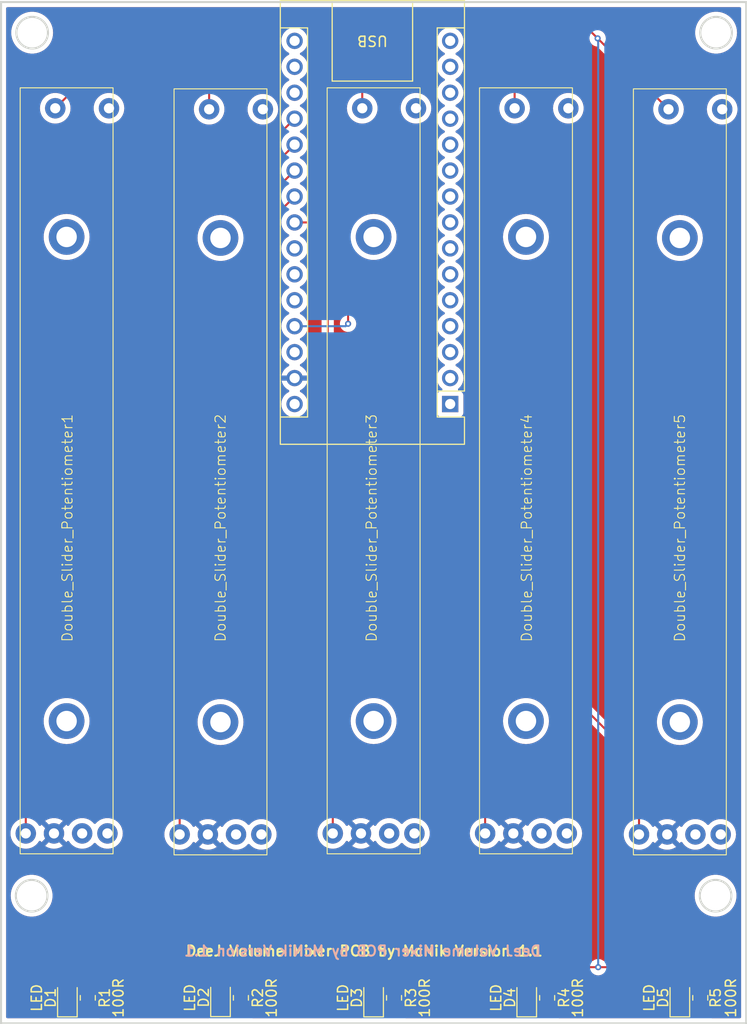
<source format=kicad_pcb>
(kicad_pcb (version 20240108) (generator "pcbnew") (generator_version "8.0")
  (layers (0 "F.Cu" signal) (31 "B.Cu" signal) (34 "B.Paste" user) (35 "F.Paste" user) (36 "B.SilkS" user "B.Silkscreen") (37 "F.SilkS" user "F.Silkscreen") (38 "B.Mask" user) (39 "F.Mask" user) (44 "Edge.Cuts" user))
  (net 0 "")
  (net 5 "Net-(A1-A4)")
  (net 6 "Net-(A1-A1)")
  (net 16 "Net-(A1-A0)")
  (net 20 "Net-(A1-A2)")
  (net 21 "Net-(A1-A3)")
  (net 44 "GND")
  (net 45 "+5V")
  (net 46 "Net-(D1-K)")
  (net 47 "Net-(D2-K)")
  (net 48 "Net-(D3-K)")
  (net 49 "Net-(D4-K)")
  (net 50 "Net-(D5-K)")
  (footprint "LED_SMD:LED_0805_2012Metric_Pad1.15x1.40mm_HandSolder" (layer "F.Cu") (at 99.5 114 90)
    (property "Reference" "D4" (at 0 -1.65 270) (layer "F.SilkS"))
    (property "Value" "LED" (at 0 -3 270) (layer "F.SilkS"))
    (fp_line (start 1 -0.96) (end -1.86 -0.96) (stroke (width 0.12)) (layer "F.SilkS"))
    (fp_line (start -1.86 -0.96) (end -1.86 0.96) (stroke (width 0.12)) (layer "F.SilkS"))
    (fp_line (start -1.86 0.96) (end 1 0.96) (stroke (width 0.12)) (layer "F.SilkS"))
    (pad "1" smd roundrect (at -1.025 0 90) (size 1.15 1.4) (layers "F.Cu" "F.Paste" "F.Mask") (roundrect_rratio 0.217391) (net 49 "Net-(D4-K)"))
    (pad "2" smd roundrect (at 1.025 0 90) (size 1.15 1.4) (layers "F.Cu" "F.Paste" "F.Mask") (roundrect_rratio 0.217391) (net 45 "+5V"))
  )
  (footprint "LED_SMD:LED_0805_2012Metric_Pad1.15x1.40mm_HandSolder" (layer "F.Cu") (at 54.5 114 90)
    (property "Reference" "D1" (at 0 -1.65 270) (layer "F.SilkS"))
    (property "Value" "LED" (at 0 -3 270) (layer "F.SilkS"))
    (fp_line (start 1 -0.96) (end -1.86 -0.96) (stroke (width 0.12)) (layer "F.SilkS"))
    (fp_line (start -1.86 -0.96) (end -1.86 0.96) (stroke (width 0.12)) (layer "F.SilkS"))
    (fp_line (start -1.86 0.96) (end 1 0.96) (stroke (width 0.12)) (layer "F.SilkS"))
    (pad "1" smd roundrect (at -1.025 0 90) (size 1.15 1.4) (layers "F.Cu" "F.Paste" "F.Mask") (roundrect_rratio 0.217391) (net 46 "Net-(D1-K)"))
    (pad "2" smd roundrect (at 1.025 0 90) (size 1.15 1.4) (layers "F.Cu" "F.Paste" "F.Mask") (roundrect_rratio 0.217391) (net 45 "+5V"))
  )
  (footprint "Niks_Footprints:Potentiometer B103 Slider 75x9.1mm" (layer "F.Cu") (at 109.95 100)
    (property "Reference" "Double_Slider_Potentiometer5" (at 4.55 -32 90) (layer "F.SilkS") (effects (font (thickness 0.1))))
    (property "Value" "~")
    (fp_rect (start 0 -75) (end 9.1 0) (stroke (width 0.1)) (fill none) (layer "F.SilkS"))
    (pad "1" thru_hole circle (at 0.55 -2) (size 2 2) (drill 1) (layers "*.Cu" "*.Mask") (net 5 "Net-(A1-A4)"))
    (pad "2" thru_hole circle (at 3.312 -2) (size 2 2) (drill 1) (layers "*.Cu" "*.Mask") (net 44 "GND"))
    (pad "3" thru_hole circle (at 6.074 -2) (size 2 2) (drill 1) (layers "*.Cu" "*.Mask"))
    (pad "4" thru_hole circle (at 8.55 -2) (size 2 2) (drill 1) (layers "*.Cu" "*.Mask"))
    (pad "5" thru_hole circle (at 3.438 -73) (size 2 2) (drill 1) (layers "*.Cu" "*.Mask") (net 45 "+5V"))
    (pad "6" thru_hole circle (at 8.7 -73) (size 2 2) (drill 1) (layers "*.Cu" "*.Mask"))
    (pad "7" thru_hole circle (at 4.55 -13) (size 3.5 3.5) (drill 2) (layers "*.Cu" "*.Mask"))
    (pad "8" thru_hole circle (at 4.55 -60.4) (size 3.5 3.5) (drill 2) (layers "*.Cu" "*.Mask"))
  )
  (footprint "LED_SMD:LED_0805_2012Metric_Pad1.15x1.40mm_HandSolder" (layer "F.Cu") (at 69.5 113.975 90)
    (property "Reference" "D2" (at 0 -1.65 270) (layer "F.SilkS"))
    (property "Value" "LED" (at -0.025 -3 270) (layer "F.SilkS"))
    (fp_line (start 1 -0.96) (end -1.86 -0.96) (stroke (width 0.12)) (layer "F.SilkS"))
    (fp_line (start -1.86 -0.96) (end -1.86 0.96) (stroke (width 0.12)) (layer "F.SilkS"))
    (fp_line (start -1.86 0.96) (end 1 0.96) (stroke (width 0.12)) (layer "F.SilkS"))
    (pad "1" smd roundrect (at -1.025 0 90) (size 1.15 1.4) (layers "F.Cu" "F.Paste" "F.Mask") (roundrect_rratio 0.217391) (net 47 "Net-(D2-K)"))
    (pad "2" smd roundrect (at 1.025 0 90) (size 1.15 1.4) (layers "F.Cu" "F.Paste" "F.Mask") (roundrect_rratio 0.217391) (net 45 "+5V"))
  )
  (footprint "Module:Arduino_Nano" (layer "F.Cu") (at 92 55.86 180)
    (property "Reference" "A1" (hide yes))
    (property "Value" "Arduino_Nano_v3.x")
    (fp_line (start 16.64 39.5) (end 16.64 -3.94) (stroke (width 0.12)) (layer "F.SilkS"))
    (fp_line (start 16.64 39.5) (end 11.56 39.5) (stroke (width 0.12)) (layer "F.SilkS"))
    (fp_line (start 16.64 -3.94) (end -1.4 -3.94) (stroke (width 0.12)) (layer "F.SilkS"))
    (fp_line (start 13.97 36.83) (end 16.64 36.83) (stroke (width 0.12)) (layer "F.SilkS"))
    (fp_line (start 13.97 -1.27) (end 16.64 -1.27) (stroke (width 0.12)) (layer "F.SilkS"))
    (fp_line (start 13.97 -1.27) (end 13.97 36.83) (stroke (width 0.12)) (layer "F.SilkS"))
    (fp_line (start 11.56 39.5) (end 3.68 39.5) (stroke (width 0.12)) (layer "F.SilkS"))
    (fp_line (start 11.56 31.62) (end 11.56 39.5) (stroke (width 0.12)) (layer "F.SilkS"))
    (fp_line (start 3.68 39.5) (end 3.68 31.62) (stroke (width 0.12)) (layer "F.SilkS"))
    (fp_line (start 3.68 31.62) (end 11.56 31.62) (stroke (width 0.12)) (layer "F.SilkS"))
    (fp_line (start 1.27 36.83) (end -1.4 36.83) (stroke (width 0.12)) (layer "F.SilkS"))
    (fp_line (start 1.27 1.27) (end 1.27 36.83) (stroke (width 0.12)) (layer "F.SilkS"))
    (fp_line (start 1.27 1.27) (end 1.27 -1.27) (stroke (width 0.12)) (layer "F.SilkS"))
    (fp_line (start 1.27 1.27) (end -1.4 1.27) (stroke (width 0.12)) (layer "F.SilkS"))
    (fp_line (start 1.27 -1.27) (end -1.4 -1.27) (stroke (width 0.12)) (layer "F.SilkS"))
    (fp_line (start -1.4 39.5) (end 3.68 39.5) (stroke (width 0.12)) (layer "F.SilkS"))
    (fp_line (start -1.4 1.27) (end -1.4 39.5) (stroke (width 0.12)) (layer "F.SilkS"))
    (fp_line (start -1.4 -3.94) (end -1.4 -1.27) (stroke (width 0.12)) (layer "F.SilkS"))
    (fp_text user "USB" (at 7.62 35.56 180) (layer "F.SilkS"))
    (pad "1" thru_hole rect (at 0 0 180) (size 1.6 1.6) (drill 1) (layers "*.Cu" "*.Mask"))
    (pad "2" thru_hole oval (at 0 2.54 180) (size 1.6 1.6) (drill 1) (layers "*.Cu" "*.Mask"))
    (pad "3" thru_hole oval (at 0 5.08 180) (size 1.6 1.6) (drill 1) (layers "*.Cu" "*.Mask"))
    (pad "4" thru_hole oval (at 0 7.62 180) (size 1.6 1.6) (drill 1) (layers "*.Cu" "*.Mask"))
    (pad "5" thru_hole oval (at 0 10.16 180) (size 1.6 1.6) (drill 1) (layers "*.Cu" "*.Mask"))
    (pad "6" thru_hole oval (at 0 12.7 180) (size 1.6 1.6) (drill 1) (layers "*.Cu" "*.Mask"))
    (pad "7" thru_hole oval (at 0 15.24 180) (size 1.6 1.6) (drill 1) (layers "*.Cu" "*.Mask"))
    (pad "8" thru_hole oval (at 0 17.78 180) (size 1.6 1.6) (drill 1) (layers "*.Cu" "*.Mask"))
    (pad "9" thru_hole oval (at 0 20.32 180) (size 1.6 1.6) (drill 1) (layers "*.Cu" "*.Mask"))
    (pad "10" thru_hole oval (at 0 22.86 180) (size 1.6 1.6) (drill 1) (layers "*.Cu" "*.Mask"))
    (pad "11" thru_hole oval (at 0 25.4 180) (size 1.6 1.6) (drill 1) (layers "*.Cu" "*.Mask"))
    (pad "12" thru_hole oval (at 0 27.94 180) (size 1.6 1.6) (drill 1) (layers "*.Cu" "*.Mask"))
    (pad "13" thru_hole oval (at 0 30.48 180) (size 1.6 1.6) (drill 1) (layers "*.Cu" "*.Mask"))
    (pad "14" thru_hole oval (at 0 33.02 180) (size 1.6 1.6) (drill 1) (layers "*.Cu" "*.Mask"))
    (pad "15" thru_hole oval (at 0 35.56 180) (size 1.6 1.6) (drill 1) (layers "*.Cu" "*.Mask"))
    (pad "16" thru_hole oval (at 15.24 35.56 180) (size 1.6 1.6) (drill 1) (layers "*.Cu" "*.Mask"))
    (pad "17" thru_hole oval (at 15.24 33.02 180) (size 1.6 1.6) (drill 1) (layers "*.Cu" "*.Mask"))
    (pad "18" thru_hole oval (at 15.24 30.48 180) (size 1.6 1.6) (drill 1) (layers "*.Cu" "*.Mask"))
    (pad "19" thru_hole oval (at 15.24 27.94 180) (size 1.6 1.6) (drill 1) (layers "*.Cu" "*.Mask") (net 16 "Net-(A1-A0)"))
    (pad "20" thru_hole oval (at 15.24 25.4 180) (size 1.6 1.6) (drill 1) (layers "*.Cu" "*.Mask") (net 6 "Net-(A1-A1)"))
    (pad "21" thru_hole oval (at 15.24 22.86 180) (size 1.6 1.6) (drill 1) (layers "*.Cu" "*.Mask") (net 20 "Net-(A1-A2)"))
    (pad "22" thru_hole oval (at 15.24 20.32 180) (size 1.6 1.6) (drill 1) (layers "*.Cu" "*.Mask") (net 21 "Net-(A1-A3)"))
    (pad "23" thru_hole oval (at 15.24 17.78 180) (size 1.6 1.6) (drill 1) (layers "*.Cu" "*.Mask") (net 5 "Net-(A1-A4)"))
    (pad "24" thru_hole oval (at 15.24 15.24 180) (size 1.6 1.6) (drill 1) (layers "*.Cu" "*.Mask"))
    (pad "25" thru_hole oval (at 15.24 12.7 180) (size 1.6 1.6) (drill 1) (layers "*.Cu" "*.Mask"))
    (pad "26" thru_hole oval (at 15.24 10.16 180) (size 1.6 1.6) (drill 1) (layers "*.Cu" "*.Mask"))
    (pad "27" thru_hole oval (at 15.24 7.62 180) (size 1.6 1.6) (drill 1) (layers "*.Cu" "*.Mask") (net 45 "+5V"))
    (pad "28" thru_hole oval (at 15.24 5.08 180) (size 1.6 1.6) (drill 1) (layers "*.Cu" "*.Mask"))
    (pad "29" thru_hole oval (at 15.24 2.54 180) (size 1.6 1.6) (drill 1) (layers "*.Cu" "*.Mask") (net 44 "GND"))
    (pad "30" thru_hole oval (at 15.24 0 180) (size 1.6 1.6) (drill 1) (layers "*.Cu" "*.Mask"))
  )
  (footprint "Resistor_SMD:R_0805_2012Metric_Pad1.20x1.40mm_HandSolder" (layer "F.Cu") (at 56.5 114 -90)
    (property "Reference" "R1" (at 0 -1.65 90) (layer "F.SilkS"))
    (property "Value" "100R" (at 0 -3 90) (layer "F.SilkS"))
    (fp_line (start -0.227064 0.735) (end 0.227064 0.735) (stroke (width 0.12)) (layer "F.SilkS"))
    (fp_line (start -0.227064 -0.735) (end 0.227064 -0.735) (stroke (width 0.12)) (layer "F.SilkS"))
    (pad "1" smd roundrect (at -1 0 270) (size 1.2 1.4) (layers "F.Cu" "F.Paste" "F.Mask") (roundrect_rratio 0.208333) (net 44 "GND"))
    (pad "2" smd roundrect (at 1 0 270) (size 1.2 1.4) (layers "F.Cu" "F.Paste" "F.Mask") (roundrect_rratio 0.208333) (net 46 "Net-(D1-K)"))
  )
  (footprint "Resistor_SMD:R_0805_2012Metric_Pad1.20x1.40mm_HandSolder" (layer "F.Cu") (at 116.5 114 -90)
    (property "Reference" "R5" (at 0 -1.5 90) (layer "F.SilkS"))
    (property "Value" "100R" (at 0 -3 90) (layer "F.SilkS"))
    (fp_line (start -0.227064 0.735) (end 0.227064 0.735) (stroke (width 0.12)) (layer "F.SilkS"))
    (fp_line (start -0.227064 -0.735) (end 0.227064 -0.735) (stroke (width 0.12)) (layer "F.SilkS"))
    (pad "1" smd roundrect (at -1 0 270) (size 1.2 1.4) (layers "F.Cu" "F.Paste" "F.Mask") (roundrect_rratio 0.208333) (net 44 "GND"))
    (pad "2" smd roundrect (at 1 0 270) (size 1.2 1.4) (layers "F.Cu" "F.Paste" "F.Mask") (roundrect_rratio 0.208333) (net 50 "Net-(D5-K)"))
  )
  (footprint "Niks_Footprints:Potentiometer B103 Slider 75x9.1mm" (layer "F.Cu") (at 64.95 100)
    (property "Reference" "Double_Slider_Potentiometer2" (at 4.55 -32 90) (layer "F.SilkS") (effects (font (thickness 0.1))))
    (property "Value" "~")
    (fp_rect (start 0 -75) (end 9.1 0) (stroke (width 0.1)) (fill none) (layer "F.SilkS"))
    (pad "1" thru_hole circle (at 0.55 -2) (size 2 2) (drill 1) (layers "*.Cu" "*.Mask") (net 6 "Net-(A1-A1)"))
    (pad "2" thru_hole circle (at 3.312 -2) (size 2 2) (drill 1) (layers "*.Cu" "*.Mask") (net 44 "GND"))
    (pad "3" thru_hole circle (at 6.074 -2) (size 2 2) (drill 1) (layers "*.Cu" "*.Mask"))
    (pad "4" thru_hole circle (at 8.55 -2) (size 2 2) (drill 1) (layers "*.Cu" "*.Mask"))
    (pad "5" thru_hole circle (at 3.438 -73) (size 2 2) (drill 1) (layers "*.Cu" "*.Mask") (net 45 "+5V"))
    (pad "6" thru_hole circle (at 8.7 -73) (size 2 2) (drill 1) (layers "*.Cu" "*.Mask"))
    (pad "7" thru_hole circle (at 4.55 -13) (size 3.5 3.5) (drill 2) (layers "*.Cu" "*.Mask"))
    (pad "8" thru_hole circle (at 4.55 -60.4) (size 3.5 3.5) (drill 2) (layers "*.Cu" "*.Mask"))
  )
  (footprint "LED_SMD:LED_0805_2012Metric_Pad1.15x1.40mm_HandSolder" (layer "F.Cu") (at 114.5 114 90)
    (property "Reference" "D5" (at 0 -1.65 270) (layer "F.SilkS"))
    (property "Value" "LED" (at 0 -3 270) (layer "F.SilkS"))
    (fp_line (start 1 -0.96) (end -1.86 -0.96) (stroke (width 0.12)) (layer "F.SilkS"))
    (fp_line (start -1.86 -0.96) (end -1.86 0.96) (stroke (width 0.12)) (layer "F.SilkS"))
    (fp_line (start -1.86 0.96) (end 1 0.96) (stroke (width 0.12)) (layer "F.SilkS"))
    (pad "1" smd roundrect (at -1.025 0 90) (size 1.15 1.4) (layers "F.Cu" "F.Paste" "F.Mask") (roundrect_rratio 0.217391) (net 50 "Net-(D5-K)"))
    (pad "2" smd roundrect (at 1.025 0 90) (size 1.15 1.4) (layers "F.Cu" "F.Paste" "F.Mask") (roundrect_rratio 0.217391) (net 45 "+5V"))
  )
  (footprint "LED_SMD:LED_0805_2012Metric_Pad1.15x1.40mm_HandSolder" (layer "F.Cu") (at 84.5 114 90)
    (property "Reference" "D3" (at 0 -1.65 270) (layer "F.SilkS"))
    (property "Value" "LED" (at 0 -3 270) (layer "F.SilkS"))
    (fp_line (start 1 -0.96) (end -1.86 -0.96) (stroke (width 0.12)) (layer "F.SilkS"))
    (fp_line (start -1.86 -0.96) (end -1.86 0.96) (stroke (width 0.12)) (layer "F.SilkS"))
    (fp_line (start -1.86 0.96) (end 1 0.96) (stroke (width 0.12)) (layer "F.SilkS"))
    (pad "1" smd roundrect (at -1.025 0 90) (size 1.15 1.4) (layers "F.Cu" "F.Paste" "F.Mask") (roundrect_rratio 0.217391) (net 48 "Net-(D3-K)"))
    (pad "2" smd roundrect (at 1.025 0 90) (size 1.15 1.4) (layers "F.Cu" "F.Paste" "F.Mask") (roundrect_rratio 0.217391) (net 45 "+5V"))
  )
  (footprint "Resistor_SMD:R_0805_2012Metric_Pad1.20x1.40mm_HandSolder" (layer "F.Cu") (at 101.5 114 -90)
    (property "Reference" "R4" (at 0 -1.65 90) (layer "F.SilkS"))
    (property "Value" "100R" (at 0 -3 90) (layer "F.SilkS"))
    (fp_line (start -0.227064 0.735) (end 0.227064 0.735) (stroke (width 0.12)) (layer "F.SilkS"))
    (fp_line (start -0.227064 -0.735) (end 0.227064 -0.735) (stroke (width 0.12)) (layer "F.SilkS"))
    (pad "1" smd roundrect (at -1 0 270) (size 1.2 1.4) (layers "F.Cu" "F.Paste" "F.Mask") (roundrect_rratio 0.208333) (net 44 "GND"))
    (pad "2" smd roundrect (at 1 0 270) (size 1.2 1.4) (layers "F.Cu" "F.Paste" "F.Mask") (roundrect_rratio 0.208333) (net 49 "Net-(D4-K)"))
  )
  (footprint "Resistor_SMD:R_0805_2012Metric_Pad1.20x1.40mm_HandSolder" (layer "F.Cu") (at 86.5 114 -90)
    (property "Reference" "R3" (at 0 -1.65 90) (layer "F.SilkS"))
    (property "Value" "100R" (at 0 -3 90) (layer "F.SilkS"))
    (fp_line (start -0.227064 0.735) (end 0.227064 0.735) (stroke (width 0.12)) (layer "F.SilkS"))
    (fp_line (start -0.227064 -0.735) (end 0.227064 -0.735) (stroke (width 0.12)) (layer "F.SilkS"))
    (pad "1" smd roundrect (at -1 0 270) (size 1.2 1.4) (layers "F.Cu" "F.Paste" "F.Mask") (roundrect_rratio 0.208333) (net 44 "GND"))
    (pad "2" smd roundrect (at 1 0 270) (size 1.2 1.4) (layers "F.Cu" "F.Paste" "F.Mask") (roundrect_rratio 0.208333) (net 48 "Net-(D3-K)"))
  )
  (footprint "Niks_Footprints:Potentiometer B103 Slider 75x9.1mm" (layer "F.Cu") (at 49.875 99.9)
    (property "Reference" "Double_Slider_Potentiometer1" (at 4.625 -31.9 90) (layer "F.SilkS") (effects (font (thickness 0.1))))
    (property "Value" "~")
    (fp_rect (start 0 -75) (end 9.1 0) (stroke (width 0.1)) (fill none) (layer "F.SilkS"))
    (pad "1" thru_hole circle (at 0.55 -2) (size 2 2) (drill 1) (layers "*.Cu" "*.Mask") (net 16 "Net-(A1-A0)"))
    (pad "2" thru_hole circle (at 3.312 -2) (size 2 2) (drill 1) (layers "*.Cu" "*.Mask") (net 44 "GND"))
    (pad "3" thru_hole circle (at 6.074 -2) (size 2 2) (drill 1) (layers "*.Cu" "*.Mask"))
    (pad "4" thru_hole circle (at 8.55 -2) (size 2 2) (drill 1) (layers "*.Cu" "*.Mask"))
    (pad "5" thru_hole circle (at 3.438 -73) (size 2 2) (drill 1) (layers "*.Cu" "*.Mask") (net 45 "+5V"))
    (pad "6" thru_hole circle (at 8.7 -73) (size 2 2) (drill 1) (layers "*.Cu" "*.Mask"))
    (pad "7" thru_hole circle (at 4.55 -13) (size 3.5 3.5) (drill 2) (layers "*.Cu" "*.Mask"))
    (pad "8" thru_hole circle (at 4.55 -60.4) (size 3.5 3.5) (drill 2) (layers "*.Cu" "*.Mask"))
  )
  (footprint "Niks_Footprints:Potentiometer B103 Slider 75x9.1mm" (layer "F.Cu") (at 94.875 99.9)
    (property "Reference" "Double_Slider_Potentiometer4" (at 4.625 -31.9 90) (layer "F.SilkS") (effects (font (thickness 0.1))))
    (property "Value" "~")
    (fp_rect (start 0 -75) (end 9.1 0) (stroke (width 0.1)) (fill none) (layer "F.SilkS"))
    (pad "1" thru_hole circle (at 0.55 -2) (size 2 2) (drill 1) (layers "*.Cu" "*.Mask") (net 21 "Net-(A1-A3)"))
    (pad "2" thru_hole circle (at 3.312 -2) (size 2 2) (drill 1) (layers "*.Cu" "*.Mask") (net 44 "GND"))
    (pad "3" thru_hole circle (at 6.074 -2) (size 2 2) (drill 1) (layers "*.Cu" "*.Mask"))
    (pad "4" thru_hole circle (at 8.55 -2) (size 2 2) (drill 1) (layers "*.Cu" "*.Mask"))
    (pad "5" thru_hole circle (at 3.438 -73) (size 2 2) (drill 1) (layers "*.Cu" "*.Mask") (net 45 "+5V"))
    (pad "6" thru_hole circle (at 8.7 -73) (size 2 2) (drill 1) (layers "*.Cu" "*.Mask"))
    (pad "7" thru_hole circle (at 4.55 -13) (size 3.5 3.5) (drill 2) (layers "*.Cu" "*.Mask"))
    (pad "8" thru_hole circle (at 4.55 -60.4) (size 3.5 3.5) (drill 2) (layers "*.Cu" "*.Mask"))
  )
  (footprint "Resistor_SMD:R_0805_2012Metric_Pad1.20x1.40mm_HandSolder" (layer "F.Cu") (at 71.5 114 -90)
    (property "Reference" "R2" (at 0 -1.65 90) (layer "F.SilkS"))
    (property "Value" "100R" (at 0 -3 90) (layer "F.SilkS"))
    (fp_line (start -0.227064 0.735) (end 0.227064 0.735) (stroke (width 0.12)) (layer "F.SilkS"))
    (fp_line (start -0.227064 -0.735) (end 0.227064 -0.735) (stroke (width 0.12)) (layer "F.SilkS"))
    (pad "1" smd roundrect (at -1 0 270) (size 1.2 1.4) (layers "F.Cu" "F.Paste" "F.Mask") (roundrect_rratio 0.208333) (net 44 "GND"))
    (pad "2" smd roundrect (at 1 0 270) (size 1.2 1.4) (layers "F.Cu" "F.Paste" "F.Mask") (roundrect_rratio 0.208333) (net 47 "Net-(D2-K)"))
  )
  (footprint "Niks_Footprints:Potentiometer B103 Slider 75x9.1mm" (layer "F.Cu") (at 79.95 99.9)
    (property "Reference" "Double_Slider_Potentiometer3" (at 4.35 -31.9 90) (layer "F.SilkS") (effects (font (thickness 0.1))))
    (property "Value" "~")
    (fp_rect (start 0 -75) (end 9.1 0) (stroke (width 0.1)) (fill none) (layer "F.SilkS"))
    (pad "1" thru_hole circle (at 0.55 -2) (size 2 2) (drill 1) (layers "*.Cu" "*.Mask") (net 20 "Net-(A1-A2)"))
    (pad "2" thru_hole circle (at 3.312 -2) (size 2 2) (drill 1) (layers "*.Cu" "*.Mask") (net 44 "GND"))
    (pad "3" thru_hole circle (at 6.074 -2) (size 2 2) (drill 1) (layers "*.Cu" "*.Mask"))
    (pad "4" thru_hole circle (at 8.55 -2) (size 2 2) (drill 1) (layers "*.Cu" "*.Mask"))
    (pad "5" thru_hole circle (at 3.438 -73) (size 2 2) (drill 1) (layers "*.Cu" "*.Mask") (net 45 "+5V"))
    (pad "6" thru_hole circle (at 8.7 -73) (size 2 2) (drill 1) (layers "*.Cu" "*.Mask"))
    (pad "7" thru_hole circle (at 4.55 -13) (size 3.5 3.5) (drill 2) (layers "*.Cu" "*.Mask"))
    (pad "8" thru_hole circle (at 4.55 -60.4) (size 3.5 3.5) (drill 2) (layers "*.Cu" "*.Mask"))
  )
  (gr_circle (center 51 104) (end 52.55 104) (stroke (width 0.2)) (fill none) (layer "Edge.Cuts"))
  (gr_circle (center 51.05 19.5) (end 52.6 19.5) (stroke (width 0.2)) (fill none) (layer "Edge.Cuts"))
  (gr_rect (start 48 16.5) (end 121 116.5) (stroke (width 0.2)) (fill none) (layer "Edge.Cuts"))
  (gr_circle (center 118 104) (end 119.55 104) (stroke (width 0.2)) (fill none) (layer "Edge.Cuts"))
  (gr_circle (center 118.05 19.5) (end 119.6 19.5) (stroke (width 0.2)) (fill none) (layer "Edge.Cuts"))
  (gr_text "DeeJ Volume Mixer PCB by McNik Version 1.1" (at 101 110 0) (layer "B.SilkS") (effects (font (size 1 1) (thickness 0.2) (bold yes)) (justify left bottom mirror)))
  (gr_text "DeeJ Volume Mixer PCB by McNik Version 1.1" (at 66 110 0) (layer "F.SilkS") (effects (font (size 1 1) (thickness 0.2) (bold yes)) (justify left bottom)))
  (segment (start 110.5 91) (end 80 60.5) (width 0.2) (layer "F.Cu") (net 5))
  (segment (start 78.08 38.08) (end 76.76 38.08) (width 0.2) (layer "F.Cu") (net 5))
  (segment (start 80 40) (end 78.08 38.08) (width 0.2) (layer "F.Cu") (net 5))
  (segment (start 110.5 98) (end 110.5 91) (width 0.2) (layer "F.Cu") (net 5))
  (segment (start 80 60.5) (end 80 40) (width 0.2) (layer "F.Cu") (net 5))
  (segment (start 72.5 41.5) (end 72.5 34.72) (width 0.2) (layer "F.Cu") (net 6))
  (segment (start 65.5 98) (end 65.5 48.5) (width 0.2) (layer "F.Cu") (net 6))
  (segment (start 72.5 34.72) (end 76.76 30.46) (width 0.2) (layer "F.Cu") (net 6))
  (segment (start 65.5 48.5) (end 72.5 41.5) (width 0.2) (layer "F.Cu") (net 6))
  (segment (start 50.425 54.255) (end 76.76 27.92) (width 0.2) (layer "F.Cu") (net 16))
  (segment (start 50.425 97.9) (end 50.425 54.255) (width 0.2) (layer "F.Cu") (net 16))
  (segment (start 73.5 36.26) (end 76.76 33) (width 0.2) (layer "F.Cu") (net 20))
  (segment (start 80.5 97.9) (end 80.1 97.9) (width 0.2) (layer "F.Cu") (net 20))
  (segment (start 80.1 97.9) (end 80 98) (width 0.2) (layer "F.Cu") (net 20))
  (segment (start 80.5 97.9) (end 80.5 75.5) (width 0.2) (layer "F.Cu") (net 20))
  (segment (start 73.5 68.5) (end 73.5 36.26) (width 0.2) (layer "F.Cu") (net 20))
  (segment (start 80.5 75.5) (end 73.5 68.5) (width 0.2) (layer "F.Cu") (net 20))
  (segment (start 95.425 86.925) (end 95.425 97.9) (width 0.2) (layer "F.Cu") (net 21))
  (segment (start 74.5 37.5) (end 74.5 66) (width 0.2) (layer "F.Cu") (net 21))
  (segment (start 76.76 35.54) (end 74.8 37.5) (width 0.2) (layer "F.Cu") (net 21))
  (segment (start 74.5 66) (end 95.425 86.925) (width 0.2) (layer "F.Cu") (net 21))
  (segment (start 74.8 37.5) (end 74.5 37.5) (width 0.2) (layer "F.Cu") (net 21))
  (segment (start 69.5 111) (end 84.5 111) (width 0.2) (layer "F.Cu") (net 45))
  (segment (start 84.5 111) (end 99.5 111) (width 0.2) (layer "F.Cu") (net 45))
  (segment (start 54.5 113) (end 56.5 111) (width 0.2) (layer "F.Cu") (net 45))
  (segment (start 106.444 20.056) (end 113.388 27) (width 0.2) (layer "F.Cu") (net 45))
  (segment (start 68.388 27) (end 68.388 18.612) (width 0.2) (layer "F.Cu") (net 45))
  (segment (start 83.388 18.612) (end 83.5 18.5) (width 0.2) (layer "F.Cu") (net 45))
  (segment (start 98.5 18.5) (end 104.888 18.5) (width 0.2) (layer "F.Cu") (net 45))
  (segment (start 83.388 26.9) (end 83.388 18.612) (width 0.2) (layer "F.Cu") (net 45))
  (segment (start 83.5 18.5) (end 98.5 18.5) (width 0.2) (layer "F.Cu") (net 45))
  (segment (start 68.5 18.5) (end 80 18.5) (width 0.2) (layer "F.Cu") (net 45))
  (segment (start 98.313 18.687) (end 98.5 18.5) (width 0.2) (layer "F.Cu") (net 45))
  (segment (start 69.5 112.95) (end 69.5 111) (width 0.2) (layer "F.Cu") (net 45))
  (segment (start 112.5 111) (end 114.5 113) (width 0.2) (layer "F.Cu") (net 45))
  (segment (start 68.388 18.612) (end 68.5 18.5) (width 0.2) (layer "F.Cu") (net 45))
  (segment (start 99.5 111) (end 106.5 111) (width 0.2) (layer "F.Cu") (net 45))
  (segment (start 84.5 112.975) (end 84.5 111) (width 0.2) (layer "F.Cu") (net 45))
  (segment (start 80 18.5) (end 83.5 18.5) (width 0.2) (layer "F.Cu") (net 45))
  (segment (start 98.313 26.9) (end 98.313 18.687) (width 0.2) (layer "F.Cu") (net 45))
  (segment (start 80.5 37) (end 80.5 19) (width 0.2) (layer "F.Cu") (net 45))
  (segment (start 99.5 112.975) (end 99.5 111) (width 0.2) (layer "F.Cu") (net 45))
  (segment (start 106.5 111) (end 112.5 111) (width 0.2) (layer "F.Cu") (net 45))
  (segment (start 104.888 18.5) (end 106.444 20.056) (width 0.2) (layer "F.Cu") (net 45))
  (segment (start 80.5 19) (end 80 18.5) (width 0.2) (layer "F.Cu") (net 45))
  (segment (start 56.5 111) (end 69.5 111) (width 0.2) (layer "F.Cu") (net 45))
  (segment (start 82 38.5) (end 80.5 37) (width 0.2) (layer "F.Cu") (net 45))
  (segment (start 82 48) (end 82 38.5) (width 0.2) (layer "F.Cu") (net 45))
  (segment (start 53.313 26.9) (end 61.713 18.5) (width 0.2) (layer "F.Cu") (net 45))
  (segment (start 61.713 18.5) (end 68.5 18.5) (width 0.2) (layer "F.Cu") (net 45))
  (via (at 106.5 111) (size 0.6) (drill 0.3) (layers "F.Cu" "B.Cu") (net 45))
  (via (at 82 48) (size 0.6) (drill 0.3) (layers "F.Cu" "B.Cu") (net 45))
  (via (at 106.444 20.056) (size 0.6) (drill 0.3) (layers "F.Cu" "B.Cu") (net 45))
  (segment (start 106.5 20.112) (end 106.444 20.056) (width 0.2) (layer "B.Cu") (net 45))
  (segment (start 106.5 111) (end 106.5 20.112) (width 0.2) (layer "B.Cu") (net 45))
  (segment (start 82 48) (end 81.76 48.24) (width 0.2) (layer "B.Cu") (net 45))
  (segment (start 81.76 48.24) (end 76.76 48.24) (width 0.2) (layer "B.Cu") (net 45))
  (segment (start 69.5 115) (end 71.5 115) (width 0.2) (layer "F.Cu") (net 47))
  (segment (start 84.5 115.025) (end 86.475 115.025) (width 0.2) (layer "F.Cu") (net 48))
  (segment (start 86.475 115.025) (end 86.5 115) (width 0.2) (layer "F.Cu") (net 48))
  (segment (start 99.5 115.025) (end 101.475 115.025) (width 0.2) (layer "F.Cu") (net 49))
  (segment (start 101.475 115.025) (end 101.5 115) (width 0.2) (layer "F.Cu") (net 49))
  (segment (start 114.5 115.025) (end 116.475 115.025) (width 0.2) (layer "F.Cu") (net 50))
  (segment (start 116.475 115.025) (end 116.5 115) (width 0.2) (layer "F.Cu") (net 50))
  (zone (net 44) (net_name "GND") (layer "F.Cu") (connect_pads (clearance 0.5)) (min_thickness 0.25) (fill yes (thermal_gap 0.5) (thermal_bridge_width 0.5))
    (polygon (pts (xy 48 116.5) (xy 121 116.5) (xy 121 16.5) (xy 48 16.5)))
  )
  (zone (net 44) (net_name "GND") (layer "B.Cu") (priority 1) (connect_pads (clearance 0.5)) (min_thickness 0.25) (fill yes (thermal_gap 0.5) (thermal_bridge_width 0.5))
    (polygon (pts (xy 48 16.5) (xy 48.008427 116.5) (xy 121.008427 116.5) (xy 121 16.5)))
  )
)
</source>
